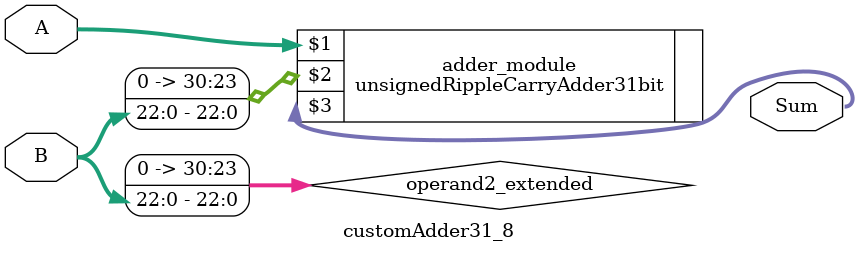
<source format=v>

module customAdder31_8(
                    input [30 : 0] A,
                    input [22 : 0] B,
                    
                    output [31 : 0] Sum
            );

    wire [30 : 0] operand2_extended;
    
    assign operand2_extended =  {8'b0, B};
    
    unsignedRippleCarryAdder31bit adder_module(
        A,
        operand2_extended,
        Sum
    );
    
endmodule
        
</source>
